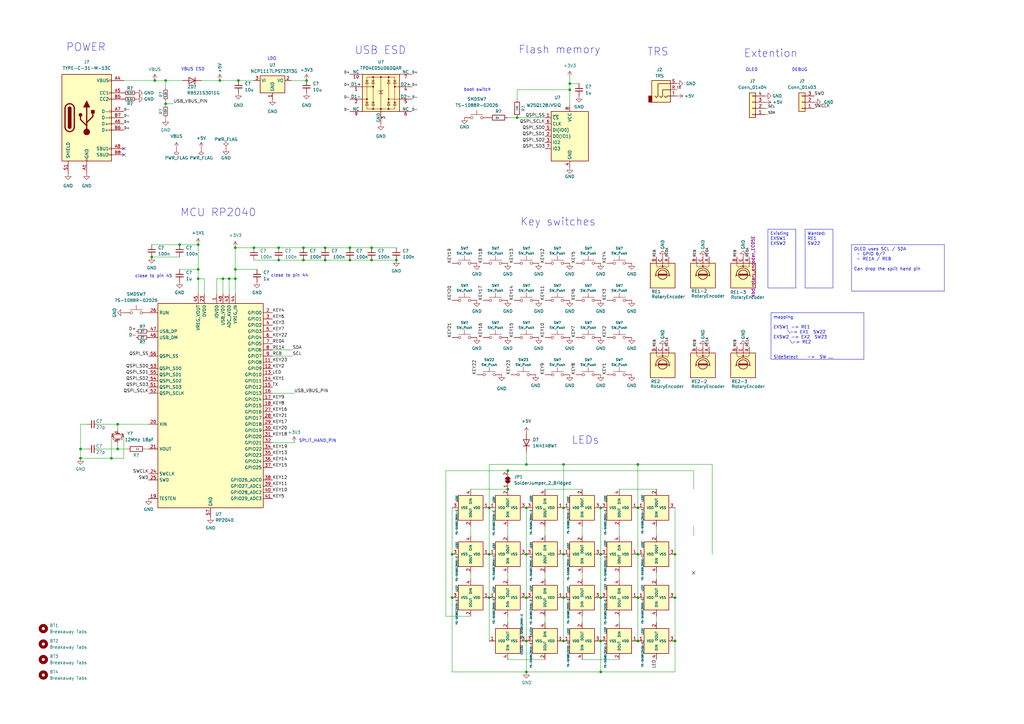
<source format=kicad_sch>
(kicad_sch (version 20231120) (generator "eeschema") (generator_version "8.0")
  (paper "A3")
  (title_block (title "Gecko Left") (date "2023-10-07") (rev "1.0.0") (company "Dane Evans") (comment 1 "original: foostan's crkbd 4.1"))
  (junction (at 215.9 208.28))
  (junction (at 215.9 190.5))
  (junction (at 162.56 106.68))
  (junction (at 276.86 262.89))
  (junction (at 104.14 101.6))
  (junction (at 200.66 245.11))
  (junction (at 231.14 245.11))
  (junction (at 48.26 184.15))
  (junction (at 81.28 100.33))
  (junction (at 246.38 262.89))
  (junction (at 246.38 227.33))
  (junction (at 62.23 105.41))
  (junction (at 215.9 227.33))
  (junction (at 96.52 101.6))
  (junction (at 185.42 245.11))
  (junction (at 97.79 33.02))
  (junction (at 114.3 101.6))
  (junction (at 152.4 106.68))
  (junction (at 152.4 101.6))
  (junction (at 133.35 106.68))
  (junction (at 90.17 33.02))
  (junction (at 133.35 101.6))
  (junction (at 276.86 245.11))
  (junction (at 215.9 245.11))
  (junction (at 261.62 190.5))
  (junction (at 208.28 193.04))
  (junction (at 231.14 227.33))
  (junction (at 246.38 245.11))
  (junction (at 231.14 262.89))
  (junction (at 125.73 33.02))
  (junction (at 93.98 114.3))
  (junction (at 73.66 100.33))
  (junction (at 81.28 114.3))
  (junction (at 67.945 42.545))
  (junction (at 48.26 173.99))
  (junction (at 233.68 36.83))
  (junction (at 45.72 187.96))
  (junction (at 212.09 48.26))
  (junction (at 33.02 184.15))
  (junction (at 215.9 275.59))
  (junction (at 33.02 187.96))
  (junction (at 63.5 33.02))
  (junction (at 114.3 106.68))
  (junction (at 261.62 227.33))
  (junction (at 246.38 275.59))
  (junction (at 261.62 208.28))
  (junction (at 91.44 114.3))
  (junction (at 67.945 33.02))
  (junction (at 231.14 190.5))
  (junction (at 261.62 262.89))
  (junction (at 96.52 114.3))
  (junction (at 96.52 110.49))
  (junction (at 143.51 106.68))
  (junction (at 261.62 245.11))
  (junction (at 124.46 106.68))
  (junction (at 124.46 101.6))
  (junction (at 200.66 227.33))
  (junction (at 81.28 110.49))
  (junction (at 233.68 34.29))
  (junction (at 231.14 208.28))
  (junction (at 208.28 200.66))
  (junction (at 215.9 262.89))
  (junction (at 276.86 227.33))
  (junction (at 143.51 101.6))
  (junction (at 185.42 227.33))
  (junction (at 200.66 208.28))
  (junction (at 246.38 208.28))
  (no_connect (at 50.8 60.96))
  (no_connect (at 284.48 234.95))
  (no_connect (at 50.8 63.5))
  (wire (pts (xy 261.62 208.28) (xy 261.62 227.33)))
  (wire (pts (xy 91.44 114.3) (xy 93.98 114.3)))
  (wire (pts (xy 62.23 100.33) (xy 73.66 100.33)))
  (wire (pts (xy 96.52 110.49) (xy 105.41 110.49)))
  (wire (pts (xy 261.62 190.5) (xy 292.1 190.5)))
  (wire (pts (xy 233.68 34.29) (xy 233.68 36.83)))
  (wire (pts (xy 133.35 106.68) (xy 143.51 106.68)))
  (wire (pts (xy 185.42 227.33) (xy 185.42 245.11)))
  (wire (pts (xy 83.82 114.3) (xy 81.28 114.3)))
  (wire (pts (xy 233.68 36.83) (xy 233.68 43.18)))
  (wire (pts (xy 276.86 208.28) (xy 276.86 227.33)))
  (wire (pts (xy 81.28 110.49) (xy 81.28 114.3)))
  (wire (pts (xy 33.02 187.96) (xy 45.72 187.96)))
  (wire (pts (xy 104.14 101.6) (xy 114.3 101.6)))
  (wire (pts (xy 96.52 120.65) (xy 96.52 114.3)))
  (wire (pts (xy 185.42 275.59) (xy 215.9 275.59)))
  (wire (pts (xy 48.26 184.15) (xy 48.26 181.61)))
  (wire (pts (xy 231.14 245.11) (xy 231.14 262.89)))
  (wire (pts (xy 246.38 245.11) (xy 246.38 262.89)))
  (wire (pts (xy 208.28 48.26) (xy 212.09 48.26)))
  (wire (pts (xy 45.72 179.07) (xy 45.72 187.96)))
  (wire (pts (xy 246.38 227.33) (xy 246.38 245.11)))
  (wire (pts (xy 111.76 161.29) (xy 120.65 161.29)))
  (wire (pts (xy 67.945 33.02) (xy 74.93 33.02)))
  (wire (pts (xy 212.09 36.83) (xy 212.09 40.64)))
  (wire (pts (xy 143.51 106.68) (xy 152.4 106.68)))
  (wire (pts (xy 200.66 245.11) (xy 200.66 262.89)))
  (wire (pts (xy 254 270.51) (xy 238.76 270.51)))
  (wire (pts (xy 182.88 193.04) (xy 182.88 252.73)))
  (wire (pts (xy 114.3 101.6) (xy 124.46 101.6)))
  (wire (pts (xy 124.46 106.68) (xy 133.35 106.68)))
  (wire (pts (xy 182.88 193.04) (xy 208.28 193.04)))
  (wire (pts (xy 111.76 143.51) (xy 120.015 143.51)))
  (wire (pts (xy 261.62 190.5) (xy 261.62 208.28)))
  (wire (pts (xy 96.52 110.49) (xy 96.52 114.3)))
  (wire (pts (xy 314.96 44.45) (xy 313.69 44.45)))
  (wire (pts (xy 231.14 190.5) (xy 261.62 190.5)))
  (wire (pts (xy 208.28 193.04) (xy 284.48 193.04)))
  (wire (pts (xy 91.44 114.3) (xy 91.44 120.65)))
  (wire (pts (xy 33.02 184.15) (xy 33.02 187.96)))
  (wire (pts (xy 238.76 219.71) (xy 238.76 215.9)))
  (wire (pts (xy 59.69 184.15) (xy 60.96 184.15)))
  (wire (pts (xy 96.52 101.6) (xy 104.14 101.6)))
  (wire (pts (xy 254 215.9) (xy 254 219.71)))
  (wire (pts (xy 238.76 237.49) (xy 238.76 234.95)))
  (wire (pts (xy 215.9 208.28) (xy 215.9 227.33)))
  (wire (pts (xy 40.64 184.15) (xy 48.26 184.15)))
  (wire (pts (xy 215.9 245.11) (xy 215.9 262.89)))
  (wire (pts (xy 81.28 100.33) (xy 81.28 110.49)))
  (wire (pts (xy 73.66 110.49) (xy 81.28 110.49)))
  (wire (pts (xy 67.945 42.545) (xy 67.945 43.18)))
  (wire (pts (xy 124.46 101.6) (xy 133.35 101.6)))
  (wire (pts (xy 208.28 219.71) (xy 208.28 215.9)))
  (wire (pts (xy 40.64 173.99) (xy 48.26 173.99)))
  (wire (pts (xy 276.86 275.59) (xy 246.38 275.59)))
  (wire (pts (xy 200.66 190.5) (xy 200.66 208.28)))
  (wire (pts (xy 215.9 275.59) (xy 246.38 275.59)))
  (wire (pts (xy 223.52 252.73) (xy 223.52 255.27)))
  (wire (pts (xy 269.24 215.9) (xy 269.24 219.71)))
  (wire (pts (xy 81.28 120.65) (xy 81.28 114.3)))
  (wire (pts (xy 233.68 31.75) (xy 233.68 34.29)))
  (wire (pts (xy 208.28 270.51) (xy 223.52 270.51)))
  (wire (pts (xy 215.9 190.5) (xy 231.14 190.5)))
  (wire (pts (xy 238.76 252.73) (xy 238.76 255.27)))
  (wire (pts (xy 231.14 227.33) (xy 231.14 245.11)))
  (wire (pts (xy 238.76 200.66) (xy 223.52 200.66)))
  (wire (pts (xy 93.98 114.3) (xy 93.98 120.65)))
  (wire (pts (xy 223.52 234.95) (xy 223.52 237.49)))
  (wire (pts (xy 208.28 200.66) (xy 193.04 200.66)))
  (wire (pts (xy 33.02 184.15) (xy 35.56 184.15)))
  (wire (pts (xy 90.17 33.02) (xy 97.79 33.02)))
  (wire (pts (xy 83.82 120.65) (xy 83.82 114.3)))
  (wire (pts (xy 97.79 33.02) (xy 104.14 33.02)))
  (wire (pts (xy 88.9 114.3) (xy 91.44 114.3)))
  (wire (pts (xy 133.35 101.6) (xy 143.51 101.6)))
  (wire (pts (xy 254 234.95) (xy 254 237.49)))
  (wire (pts (xy 193.04 215.9) (xy 193.04 219.71)))
  (wire (pts (xy 314.96 46.99) (xy 313.69 46.99)))
  (wire (pts (xy 48.26 184.15) (xy 52.07 184.15)))
  (wire (pts (xy 233.68 34.29) (xy 237.49 34.29)))
  (wire (pts (xy 50.8 187.96) (xy 45.72 187.96)))
  (wire (pts (xy 284.48 215.9) (xy 284.48 219.71)))
  (wire (pts (xy 269.24 234.95) (xy 269.24 237.49)))
  (wire (pts (xy 67.945 41.275) (xy 67.945 42.545)))
  (wire (pts (xy 96.52 101.6) (xy 96.52 110.49)))
  (wire (pts (xy 246.38 262.89) (xy 246.38 275.59)))
  (wire (pts (xy 215.9 190.5) (xy 200.66 190.5)))
  (wire (pts (xy 71.12 42.545) (xy 67.945 42.545)))
  (wire (pts (xy 152.4 106.68) (xy 162.56 106.68)))
  (wire (pts (xy 215.9 262.89) (xy 215.9 275.59)))
  (wire (pts (xy 223.52 219.71) (xy 223.52 215.9)))
  (wire (pts (xy 152.4 101.6) (xy 162.56 101.6)))
  (wire (pts (xy 88.9 114.3) (xy 88.9 120.65)))
  (wire (pts (xy 292.1 190.5) (xy 292.1 227.33)))
  (wire (pts (xy 73.66 100.33) (xy 81.28 100.33)))
  (wire (pts (xy 63.5 33.02) (xy 67.945 33.02)))
  (wire (pts (xy 96.52 114.3) (xy 93.98 114.3)))
  (wire (pts (xy 233.68 36.83) (xy 212.09 36.83)))
  (wire (pts (xy 276.86 245.11) (xy 276.86 262.89)))
  (wire (pts (xy 261.62 227.33) (xy 261.62 245.11)))
  (wire (pts (xy 67.945 36.195) (xy 67.945 33.02)))
  (wire (pts (xy 269.24 252.73) (xy 269.24 255.27)))
  (wire (pts (xy 231.14 208.28) (xy 231.14 227.33)))
  (wire (pts (xy 111.76 146.05) (xy 120.015 146.05)))
  (wire (pts (xy 48.26 173.99) (xy 60.96 173.99)))
  (wire (pts (xy 50.8 179.07) (xy 50.8 187.96)))
  (wire (pts (xy 212.09 48.26) (xy 223.52 48.26)))
  (wire (pts (xy 50.8 33.02) (xy 63.5 33.02)))
  (wire (pts (xy 208.28 237.49) (xy 208.28 234.95)))
  (wire (pts (xy 114.3 106.68) (xy 124.46 106.68)))
  (wire (pts (xy 276.86 227.33) (xy 276.86 245.11)))
  (wire (pts (xy 185.42 245.11) (xy 185.42 275.59)))
  (wire (pts (xy 143.51 101.6) (xy 152.4 101.6)))
  (wire (pts (xy 193.04 234.95) (xy 193.04 237.49)))
  (wire (pts (xy 284.48 193.04) (xy 284.48 200.66)))
  (wire (pts (xy 67.945 48.26) (xy 67.945 48.895)))
  (wire (pts (xy 254 200.66) (xy 269.24 200.66)))
  (wire (pts (xy 246.38 208.28) (xy 246.38 227.33)))
  (wire (pts (xy 276.86 262.89) (xy 276.86 275.59)))
  (wire (pts (xy 82.55 33.02) (xy 90.17 33.02)))
  (wire (pts (xy 215.9 227.33) (xy 215.9 245.11)))
  (wire (pts (xy 193.04 252.73) (xy 182.88 252.73)))
  (wire (pts (xy 48.26 176.53) (xy 48.26 173.99)))
  (wire (pts (xy 185.42 208.28) (xy 185.42 227.33)))
  (wire (pts (xy 215.9 185.42) (xy 215.9 190.5)))
  (wire (pts (xy 208.28 252.73) (xy 208.28 255.27)))
  (wire (pts (xy 62.23 105.41) (xy 73.66 105.41)))
  (wire (pts (xy 104.14 106.68) (xy 114.3 106.68)))
  (wire (pts (xy 33.02 173.99) (xy 33.02 184.15)))
  (wire (pts (xy 111.76 181.61) (xy 120.65 181.61)))
  (wire (pts (xy 200.66 208.28) (xy 200.66 227.33)))
  (wire (pts (xy 254 252.73) (xy 254 255.27)))
  (wire (pts (xy 119.38 33.02) (xy 125.73 33.02)))
  (wire (pts (xy 35.56 173.99) (xy 33.02 173.99)))
  (wire (pts (xy 200.66 227.33) (xy 200.66 245.11)))
  (wire (pts (xy 261.62 245.11) (xy 261.62 262.89)))
  (wire (pts (xy 231.14 190.5) (xy 231.14 208.28)))
  (text_box "Existing \nEXSW1 \nEXSW2 \n" (at 314.96 93.98 0) (size 11.43 24.13) (effects (font (size 1.27 1.27)) (justify left top)))
  (text_box "OLED uses SCL / SDA \n - GPIO 6/7\n - RE1A / REB \n\nCan drop the split hand pin" (at 349.25 100.33 0) (size 38.1 19.05) (effects (font (size 1.27 1.27)) (justify left top)))
  (text_box "mapping \n\nEXSW1 -> RE1 \n      \\-> EX1  SW22\nEXSW2 -> EX2  SW23\n       \\-> RE2 \n\n\nSideSelect    ->  SW ... " (at 316.23 128.27 0) (size 38.1 19.05) (effects (font (size 1.27 1.27)) (justify left top)))
  (text_box "Wanted:\nRE1 \nSW22" (at 330.2 93.98 0) (size 11.43 24.13) (effects (font (size 1.27 1.27)) (justify left top)))
  (text "MCU RP2040" (at 73.914 89.154 0) (effects (font (size 3.175 3.175)) (justify left bottom)))
  (text "Key switches" (at 213.36 92.964 0) (effects (font (size 3.175 3.175)) (justify left bottom)))
  (text "OLED" (at 305.816 29.464 0) (effects (font (size 1.27 1.27)) (justify left bottom)))
  (text "close to pin 45" (at 55.372 114.046 0) (effects (font (size 1.27 1.27)) (justify left bottom)))
  (text "DEBUG" (at 324.739 29.464 0) (effects (font (size 1.27 1.27)) (justify left bottom)))
  (text "USB ESD" (at 145.415 22.606 0) (effects (font (size 3.175 3.175)) (justify left bottom)))
  (text "LDO" (at 109.601 24.892 0) (effects (font (size 1.27 1.27)) (justify left bottom)))
  (text "Flash memory" (at 212.598 22.352 0) (effects (font (size 3.175 3.175)) (justify left bottom)))
  (text "POWER\n" (at 27.051 21.336 0) (effects (font (size 3.175 3.175)) (justify left bottom)))
  (text "LEDs" (at 234.442 182.499 0) (effects (font (size 3.175 3.175)) (justify left bottom)))
  (text "Extention" (at 305.054 23.876 0) (effects (font (size 3.175 3.175)) (justify left bottom)))
  (text "TRS" (at 265.43 23.241 0) (effects (font (size 3.175 3.175)) (justify left bottom)))
  (text "VBUS ESD" (at 74.295 29.21 0) (effects (font (size 1.27 1.27)) (justify left bottom)))
  (text "SPLIT_HAND_PIN" (at 122.555 181.61 0) (effects (font (size 1.27 1.27)) (justify left bottom)))
  (text "boot switch" (at 190.119 37.592 0) (effects (font (size 1.27 1.27)) (justify left bottom)))
  (text "close to pin 44" (at 111.125 113.792 0) (effects (font (size 1.27 1.27)) (justify left bottom)))
  (label "KEY8" (at 111.76 166.37 0))
  (label "KEY9" (at 111.76 163.83 0))
  (label "KEY8" (at 236.22 153.67 90))
  (label "RE1A" (at 290.83 142.24 90) (effects (font (size 1 1))))
  (label "QSPI_SD2" (at 60.96 156.21 180))
  (label "SCL" (at 314.96 44.45 0) (effects (font (size 1 1))))
  (label "USB_VBUS_PIN" (at 120.65 161.29 0))
  (label "KEY22" (at 195.58 153.67 90))
  (label "KEY3" (at 248.92 123.19 90))
  (label "QSPI_SCLK" (at 60.96 161.29 180))
  (label "RE1A" (at 111.76 143.51 0))
  (label "KEY2" (at 111.76 151.13 0))
  (label "D+" (at 55.88 135.89 180))
  (label "D+" (at 168.91 35.56 0) (effects (font (size 1 1))))
  (label "REB" (at 111.76 146.05 0))
  (label "D-" (at 55.88 138.43 180))
  (label "QSPI_SS" (at 223.52 48.26 180))
  (label "SDA" (at 314.96 46.99 0) (effects (font (size 1 1))))
  (label "D+" (at 143.51 30.48 180) (effects (font (size 1 1))))
  (label "REB" (at 269.24 142.24 90) (effects (font (size 1 1))))
  (label "KEY5" (at 236.22 107.95 90))
  (label "RE0A" (at 274.32 105.41 90) (effects (font (size 1 1))))
  (label "LED" (at 111.76 153.67 0))
  (label "KEY21" (at 185.42 138.43 90))
  (label "RE0A" (at 290.83 105.41 90) (effects (font (size 1 1))))
  (label "KEY17" (at 111.76 173.99 0))
  (label "KEY1" (at 111.76 156.21 0))
  (label "TX" (at 111.76 158.75 0))
  (label "KEY5" (at 111.76 204.47 0))
  (label "D+" (at 50.8 50.8 0) (effects (font (size 1 1))))
  (label "KEY16" (at 111.76 168.91 0))
  (label "KEY3" (at 111.76 133.35 0))
  (label "KEY23" (at 111.76 148.59 0))
  (label "D+" (at 143.51 35.56 180) (effects (font (size 1 1))))
  (label "KEY17" (at 198.12 123.19 90))
  (label "KEY10" (at 111.76 201.93 0))
  (label "D-" (at 50.8 48.26 0) (effects (font (size 1 1))))
  (label "QSPI_SD1" (at 60.96 153.67 180))
  (label "KEY4" (at 111.76 128.27 0))
  (label "QSPI_SD0" (at 223.52 53.34 180))
  (label "KEY20" (at 111.76 176.53 0))
  (label "QSPI_SD1" (at 223.52 55.88 180))
  (label "SWCLK" (at 334.01 44.45 0))
  (label "D+" (at 168.91 30.48 0) (effects (font (size 1 1))))
  (label "RE1A" (at 307.34 142.24 90) (effects (font (size 1 1))))
  (label "SCL" (at 120.015 146.05 0))
  (label "QSPI_SCLK" (at 223.52 50.8 180))
  (label "D-" (at 168.91 45.72 0) (effects (font (size 1 1))))
  (label "KEY20" (at 185.42 123.19 90))
  (label "REB" (at 302.26 105.41 90) (effects (font (size 1 1))))
  (label "KEY4" (at 248.92 107.95 90))
  (label "KEY11" (at 111.76 199.39 0))
  (label "KEY14" (at 111.76 189.23 0))
  (label "TX" (at 277.495 36.83 0) (effects (font (size 1 1))))
  (label "RE0A" (at 111.76 140.97 0))
  (label "D+" (at 50.8 53.34 0) (effects (font (size 1 1))))
  (label "KEY18" (at 198.12 107.95 90))
  (label "QSPI_SS" (at 60.96 146.05 180))
  (label "KEY7" (at 236.22 138.43 90))
  (label "USB_VBUS_PIN" (at 71.12 42.545 0))
  (label "KEY23" (at 209.55 153.67 90))
  (label "RE0A" (at 307.34 105.41 90) (effects (font (size 1 1))))
  (label "KEY14" (at 210.82 123.19 90))
  (label "RE1A" (at 274.32 142.24 90) (effects (font (size 1 1))))
  (label "SWCLK" (at 60.96 194.31 180))
  (label "KEY1" (at 248.92 153.67 90))
  (label "KEY2" (at 248.92 138.43 90))
  (label "QSPI_SD2" (at 223.52 58.42 180))
  (label "QSPI_SD3" (at 223.52 60.96 180))
  (label "REB" (at 302.26 142.24 90) (effects (font (size 1 1))))
  (label "SWD" (at 334.01 39.37 0))
  (label "KEY13" (at 111.76 186.69 0))
  (label "KEY18" (at 111.76 179.07 0))
  (label "KEY7" (at 111.76 135.89 0))
  (label "KEY6" (at 236.22 123.19 90))
  (label "D-" (at 168.91 40.64 0) (effects (font (size 1 1))))
  (label "KEY9" (at 223.52 153.67 90))
  (label "KEY15" (at 111.76 191.77 0))
  (label "REB" (at 285.75 142.24 90) (effects (font (size 1 1))))
  (label "KEY13" (at 210.82 107.95 90))
  (label "KEY15" (at 210.82 138.43 90))
  (label "KEY10" (at 223.52 138.43 90))
  (label "SDA" (at 120.015 143.51 0))
  (label "D-" (at 143.51 40.64 180) (effects (font (size 1 1))))
  (label "LED" (at 269.24 270.51 270))
  (label "KEY22" (at 111.76 138.43 0))
  (label "KEY12" (at 223.52 107.95 90))
  (label "REB" (at 285.75 105.41 90) (effects (font (size 1 1))))
  (label "D-" (at 143.51 45.72 180) (effects (font (size 1 1))))
  (label "SWD" (at 60.96 196.85 180))
  (label "D-" (at 50.8 45.72 0) (effects (font (size 1 1))))
  (label "KEY6" (at 111.76 130.81 0))
  (label "REB" (at 269.24 105.41 90) (effects (font (size 1 1))))
  (label "KEY19" (at 111.76 184.15 0))
  (label "KEY16" (at 198.12 138.43 90))
  (label "QSPI_SD3" (at 60.96 158.75 180))
  (label "KEY19" (at 185.42 107.95 90))
  (label "QSPI_SD0" (at 60.96 151.13 180))
  (label "KEY11" (at 223.52 123.19 90))
  (label "KEY12" (at 111.76 196.85 0))
  (label "KEY21" (at 111.76 171.45 0))
  (symbol (lib_id "power:GND") (at 55.88 38.1 90) (unit 1)
    (property "Reference" "#PWR?" (effects (hide yes)))
    (property "Value" "GND" (at 59.055 38.1 90) (effects (justify right)))
    (instances (project "corne-cherry" (path "" (reference "#PWR?") (unit 1)) (path "" (reference "#PWR05") (unit 1))))
  )
  (symbol (lib_id "power:GND") (at 233.68 153.67 0) (unit 1)
    (property "Reference" "#PWR?" (effects (hide yes)))
    (property "Value" "GND" (at 233.68 158.115 0))
    (instances (project "corne-cherry" (path "" (reference "#PWR?") (unit 1)) (path "" (reference "#PWR044") (unit 1))))
  )
  (symbol (lib_id "power:GND") (at 195.58 138.43 0) (unit 1)
    (property "Reference" "#PWR?" (effects (hide yes)))
    (property "Value" "GND" (at 195.58 142.875 0))
    (instances (project "corne-cherry" (path "" (reference "#PWR?") (unit 1)) (path "" (reference "#PWR030") (unit 1))))
  )
  (symbol (lib_id "power:GND") (at 55.88 40.64 90) (unit 1)
    (property "Reference" "#PWR?" (effects (hide yes)))
    (property "Value" "GND" (at 59.055 40.64 90) (effects (justify right)))
    (instances (project "corne-cherry" (path "" (reference "#PWR?") (unit 1)) (path "" (reference "#PWR06") (unit 1))))
  )
  (symbol (lib_id "kbd_local:YS-SK6812MINI-E") (at 208.28 227.33 90) (unit 1)
    (property "Reference" "LED?" (at 202.565 225.425 0) (effects (font (size 0.7366 0.7366)) (justify left)))
    (property "Value" "YS-SK6812MINI-E" (at 202.565 238.125 0) (effects (font (size 0.7366 0.7366)) (justify left)))
    (property "Footprint" "kbd_local:YS-SK6812MINI-E" (effects (hide yes)))
    (instances (project "corne-cherry" (path "" (reference "LED?") (unit 1)) (path "" (reference "LED17") (unit 1))))
  )
  (symbol (lib_id "Device:R_Small") (at 58.42 135.89 90) (unit 1)
    (property "Reference" "R?" (at 58.42 133.985 90))
    (property "Value" "27" (at 58.42 135.89 90) (effects (font (size 0.762 0.762))))
    (property "Footprint" "Resistor_SMD:R_0402_1005Metric" (effects (hide yes)))
    (instances (project "corne-cherry" (path "" (reference "R?") (unit 1)) (path "" (reference "R4") (unit 1))))
  )
  (symbol (lib_id "Switch:SW_Push") (at 241.3 107.95 0) (unit 1)
    (property "Reference" "SW?" (at 241.3 101.854 0) (effects (font (size 1 1))))
    (property "Value" "SW_Push" (at 241.3 103.886 0) (effects (font (size 1 1))))
    (property "Footprint" "kbd:keyswitch_cherrymx_hotswap_1u" (effects (hide yes)))
    (instances (project "corne-cherry" (path "" (reference "SW?") (unit 1)) (path "" (reference "SW5") (unit 1))))
  )
  (symbol (lib_id "power:+3V3") (at 233.68 31.75 0) (unit 1)
    (property "Reference" "#PWR?" (effects (hide yes)))
    (property "Value" "+3V3" (at 233.68 26.924 0))
    (instances (project "corne-cherry" (path "" (reference "#PWR?") (unit 1)) (path "" (reference "#PWR039") (unit 1))))
  )
  (symbol (lib_id "kbd_local:YS-SK6812MINI-E") (at 254 227.33 270) (unit 1)
    (property "Reference" "LED?" (at 248.285 221.615 0) (effects (font (size 0.7366 0.7366)) (justify left)))
    (property "Value" "YS-SK6812MINI-E" (at 248.285 227.965 0) (effects (font (size 0.7366 0.7366)) (justify left)))
    (property "Footprint" "kbd_local:YS-SK6812MINI-E" (effects (hide yes)))
    (instances (project "corne-cherry" (path "" (reference "LED?") (unit 1)) (path "" (reference "LED6") (unit 1))))
  )
  (symbol (lib_id "power:GND") (at 208.28 123.19 0) (unit 1)
    (property "Reference" "#PWR?" (effects (hide yes)))
    (property "Value" "GND" (at 208.28 127.635 0))
    (instances (project "corne-cherry" (path "" (reference "#PWR?") (unit 1)) (path "" (reference "#PWR032") (unit 1))))
  )
  (symbol (lib_id "kbd_local:YS-SK6812MINI-E") (at 269.24 208.28 90) (unit 1)
    (property "Reference" "LED?" (at 263.525 205.74 0) (effects (font (size 0.7366 0.7366)) (justify left)))
    (property "Value" "YS-SK6812MINI-E" (at 263.525 219.075 0) (effects (font (size 0.7366 0.7366)) (justify left)))
    (property "Footprint" "kbd_local:YS-SK6812MINI-E" (effects (hide yes)))
    (instances (project "corne-cherry" (path "" (reference "LED?") (unit 1)) (path "" (reference "LED4") (unit 1))))
  )
  (symbol (lib_id "power:GND") (at 220.98 138.43 0) (unit 1)
    (property "Reference" "#PWR?" (effects (hide yes)))
    (property "Value" "GND" (at 220.98 142.875 0))
    (instances (project "corne-cherry" (path "" (reference "#PWR?") (unit 1)) (path "" (reference "#PWR038") (unit 1))))
  )
  (symbol (lib_name "SW_Push_1") (lib_id "Switch:SW_Push") (at 254 107.95 0) (unit 1)
    (property "Reference" "SW?" (at 254 101.854 0) (effects (font (size 1 1))))
    (property "Value" "SW_Push" (at 254 103.886 0) (effects (font (size 1 1))))
    (property "Footprint" "kbd:keyswitch_cherrymx_hotswap_1u" (effects (hide yes)))
    (instances (project "corne-cherry" (path "" (reference "SW?") (unit 1)) (path "" (reference "SW4") (unit 1))))
  )
  (symbol (lib_id "power:+3V3") (at 125.73 33.02 0) (unit 1)
    (property "Reference" "#PWR?" (effects (hide yes)))
    (property "Value" "+3V3" (at 125.73 28.702 0))
    (instances (project "corne-cherry" (path "" (reference "#PWR?") (unit 1)) (path "" (reference "#PWR023") (unit 1))))
  )
  (symbol (lib_id "Device:R_Small") (at 67.945 45.72 0) (unit 1)
    (property "Reference" "R?" (at 66.04 45.72 90))
    (property "Value" "10K" (at 67.945 45.72 90) (effects (font (size 0.762 0.762))))
    (property "Footprint" "Resistor_SMD:R_0402_1005Metric" (effects (hide yes)))
    (instances (project "corne-cherry" (path "" (reference "R?") (unit 1)) (path "" (reference "R9") (unit 1))))
  )
  (symbol (lib_id "power:GND") (at 233.68 123.19 0) (unit 1)
    (property "Reference" "#PWR?" (effects (hide yes)))
    (property "Value" "GND" (at 233.68 127.635 0))
    (instances (project "corne-cherry" (path "" (reference "#PWR?") (unit 1)) (path "" (reference "#PWR042") (unit 1))))
  )
  (symbol (lib_id "Switch:SW_Push") (at 228.6 107.95 0) (unit 1)
    (property "Reference" "SW?" (at 228.6 101.854 0) (effects (font (size 1 1))))
    (property "Value" "SW_Push" (at 228.6 103.886 0) (effects (font (size 1 1))))
    (property "Footprint" "kbd:keyswitch_cherrymx_hotswap_1u" (effects (hide yes)))
    (instances (project "corne-cherry" (path "" (reference "SW?") (unit 1)) (path "" (reference "SW12") (unit 1))))
  )
  (symbol (lib_id "Switch:SW_Push") (at 241.3 138.43 0) (unit 1)
    (property "Reference" "SW?" (at 241.3 132.334 0) (effects (font (size 1 1))))
    (property "Value" "SW_Push" (at 241.3 134.366 0) (effects (font (size 1 1))))
    (property "Footprint" "kbd:keyswitch_cherrymx_hotswap_1u" (effects (hide yes)))
    (instances (project "corne-cherry" (path "" (reference "SW?") (unit 1)) (path "" (reference "SW7") (unit 1))))
  )
  (symbol (lib_id "power:VBUS") (at 72.39 60.96 0) (unit 1)
    (property "Reference" "#PWR?" (effects (hide yes)))
    (property "Value" "VBUS" (at 72.39 55.88 0))
    (instances (project "corne-cherry" (path "" (reference "#PWR?") (unit 1)) (path "" (reference "#PWR011") (unit 1))))
  )
  (symbol (lib_id "MCU_RaspberryPi:RP2040") (at 86.36 166.37 0) (unit 1)
    (property "Reference" "U?" (at 88.3159 210.82 0) (effects (justify left)))
    (property "Value" "RP2040" (at 88.3159 213.36 0) (effects (justify left)))
    (property "Footprint" "Package_DFN_QFN:QFN-56-1EP_7x7mm_P0.4mm_EP3.2x3.2mm" (effects (hide yes)))
    (property "Datasheet" "https://datasheets.raspberrypi.com/rp2040/rp2040-datasheet.pdf" (effects (hide yes)))
    (property "JLCPCB Part #" "C2040" (effects (hide yes)))
    (instances (project "corne-cherry" (path "" (reference "U?") (unit 1)) (path "" (reference "U1") (unit 1))))
  )
  (symbol (lib_id "power:GND") (at 35.56 71.12 0) (unit 1)
    (property "Reference" "#PWR?" (effects (hide yes)))
    (property "Value" "GND" (at 35.56 76.2 0))
    (instances (project "corne-cherry" (path "" (reference "#PWR?") (unit 1)) (path "" (reference "#PWR03") (unit 1))))
  )
  (symbol (lib_id "Switch:SW_Push") (at 190.5 138.43 0) (unit 1)
    (property "Reference" "SW?" (at 190.5 132.334 0) (effects (font (size 1 1))))
    (property "Value" "SW_Push" (at 190.5 134.366 0) (effects (font (size 1 1))))
    (property "Footprint" "kbd:keyswitch_cherrymx_hotswap_1u" (effects (hide yes)))
    (instances (project "corne-cherry" (path "" (reference "SW?") (unit 1)) (path "" (reference "SW21") (unit 1))))
  )
  (symbol (lib_id "Switch:SW_Push") (at 200.66 153.67 0) (unit 1)
    (property "Reference" "SW22" (at 200.66 147.574 0) (effects (font (size 1 1))))
    (property "Value" "SW_Push" (at 200.66 149.606 0) (effects (font (size 1 1))))
    (property "Footprint" "kbd:keyswitch_cherrymx_hotswap_1u" (effects (hide yes)))
  )
  (symbol (lib_id "power:GND") (at 259.08 138.43 0) (unit 1)
    (property "Reference" "#PWR?" (effects (hide yes)))
    (property "Value" "GND" (at 259.08 142.875 0))
    (instances (project "corne-cherry" (path "" (reference "#PWR?") (unit 1)) (path "" (reference "#PWR052") (unit 1))))
  )
  (symbol (lib_id "kbd_local:YS-SK6812MINI-E") (at 208.28 208.28 90) (unit 1)
    (property "Reference" "LED?" (at 202.565 206.375 0) (effects (font (size 0.7366 0.7366)) (justify left)))
    (property "Value" "YS-SK6812MINI-E" (at 202.565 219.71 0) (effects (font (size 0.7366 0.7366)) (justify left)))
    (property "Footprint" "kbd_local:YS-SK6812MINI-E" (effects (hide yes)))
    (instances (project "corne-cherry" (path "" (reference "LED?") (unit 1)) (path "" (reference "LED18") (unit 1))))
  )
  (symbol (lib_id "power:GND") (at 215.9 275.59 0) (unit 1)
    (property "Reference" "#PWR?" (effects (hide yes)))
    (property "Value" "GND" (at 216.027 279.9842 0))
    (instances (project "corne-cherry" (path "" (reference "#PWR?") (unit 1)) (path "" (reference "#PWR035") (unit 1))))
  )
  (symbol (lib_id "Switch:SW_Push") (at 190.5 107.95 0) (unit 1)
    (property "Reference" "SW?" (at 190.5 101.854 0) (effects (font (size 1 1))))
    (property "Value" "SW_Push" (at 190.5 103.886 0) (effects (font (size 1 1))))
    (property "Footprint" "kbd:keyswitch_cherrymx_hotswap_1u" (effects (hide yes)))
    (instances (project "corne-cherry" (path "" (reference "SW?") (unit 1)) (path "" (reference "SW19") (unit 1))))
  )
  (symbol (lib_id "power:GND") (at 105.41 115.57 0) (unit 1)
    (property "Reference" "#PWR?" (effects (hide yes)))
    (property "Value" "GND" (at 105.41 120.015 0))
    (instances (project "corne-cherry" (path "" (reference "#PWR?") (unit 1)) (path "" (reference "#PWR020") (unit 1))))
  )
  (symbol (lib_id "kbd_local:YS-SK6812MINI-E") (at 238.76 227.33 90) (unit 1)
    (property "Reference" "LED?" (at 233.045 225.425 0) (effects (font (size 0.7366 0.7366)) (justify left)))
    (property "Value" "YS-SK6812MINI-E" (at 233.045 238.125 0) (effects (font (size 0.7366 0.7366)) (justify left)))
    (property "Footprint" "kbd_local:YS-SK6812MINI-E" (effects (hide yes)))
    (instances (project "corne-cherry" (path "" (reference "LED?") (unit 1)) (path "" (reference "LED11") (unit 1))))
  )
  (symbol (lib_id "kbd_local:YS-SK6812MINI-E") (at 269.24 245.11 90) (unit 1)
    (property "Reference" "LED?" (at 263.525 242.57 0) (effects (font (size 0.7366 0.7366)) (justify left)))
    (property "Value" "YS-SK6812MINI-E" (at 263.525 255.905 0) (effects (font (size 0.7366 0.7366)) (justify left)))
    (property "Footprint" "kbd_local:YS-SK6812MINI-E" (effects (hide yes)))
    (instances (project "corne-cherry" (path "" (reference "LED?") (unit 1)) (path "" (reference "LED2") (unit 1))))
  )
  (symbol (lib_id "Diode:1N4148WT") (at 215.9 181.61 90) (unit 1)
    (property "Reference" "D?" (at 218.44 180.34 90) (effects (justify right)))
    (property "Value" "1N4148WT" (at 218.44 182.88 90) (effects (justify right)))
    (property "Footprint" "Diode_SMD:D_SOD-523" (effects (hide yes)))
    (property "Datasheet" "https://www.diodes.com/assets/Datasheets/ds30396.pdf" (effects (hide yes)))
    (property "JLCPCB Part #" "C232841" (effects (hide yes)))
    (instances (project "corne-cherry" (path "" (reference "D?") (unit 1)) (path "" (reference "D1") (unit 1))))
  )
  (symbol (lib_id "power:GND") (at 195.58 107.95 0) (unit 1)
    (property "Reference" "#PWR?" (effects (hide yes)))
    (property "Value" "GND" (at 195.58 112.395 0))
    (instances (project "corne-cherry" (path "" (reference "#PWR?") (unit 1)) (path "" (reference "#PWR028") (unit 1))))
  )
  (symbol (lib_id "Switch:SW_Push") (at 241.3 123.19 0) (unit 1)
    (property "Reference" "SW?" (at 241.3 117.094 0) (effects (font (size 1 1))))
    (property "Value" "SW_Push" (at 241.3 119.126 0) (effects (font (size 1 1))))
    (property "Footprint" "kbd:keyswitch_cherrymx_hotswap_1u" (effects (hide yes)))
    (instances (project "corne-cherry" (path "" (reference "SW?") (unit 1)) (path "" (reference "SW6") (unit 1))))
  )
  (symbol (lib_id "Switch:SW_Push") (at 214.63 153.67 0) (unit 1)
    (property "Reference" "SW23" (at 214.63 147.574 0) (effects (font (size 1 1))))
    (property "Value" "SW_Push" (at 214.63 149.606 0) (effects (font (size 1 1))))
    (property "Footprint" "kbd:keyswitch_cherrymx_hotswap_1u" (effects (hide yes)))
  )
  (symbol (lib_id "power:+5V") (at 313.69 41.91 270) (unit 1)
    (property "Reference" "#PWR?" (effects (hide yes)))
    (property "Value" "+5V" (at 316.865 41.91 90) (effects (justify left)))
    (instances (project "corne-cherry" (path "" (reference "#PWR?") (unit 1)) (path "" (reference "#PWR061") (unit 1))))
  )
  (symbol (lib_id "Device:C_Small") (at 38.1 184.15 270) (unit 1)
    (property "Reference" "C?" (at 39.37 182.88 90) (effects (justify left)))
    (property "Value" "27p" (at 39.37 185.42 90) (effects (justify left)))
    (property "Footprint" "Capacitor_SMD:C_0402_1005Metric" (effects (hide yes)))
    (instances (project "corne-cherry" (path "" (reference "C?") (unit 1)) (path "" (reference "C2") (unit 1))))
  )
  (symbol (lib_id "power:GND") (at 220.98 123.19 0) (unit 1)
    (property "Reference" "#PWR?" (effects (hide yes)))
    (property "Value" "GND" (at 220.98 127.635 0))
    (instances (project "corne-cherry" (path "" (reference "#PWR?") (unit 1)) (path "" (reference "#PWR037") (unit 1))))
  )
  (symbol (lib_id "power:GND") (at 219.71 153.67 0) (unit 1)
    (property "Reference" "#PWR057" (effects (hide yes)))
    (property "Value" "GND" (at 219.71 158.115 0))
  )
  (symbol (lib_id "kbd_local:YS-SK6812MINI-E") (at 254 208.28 270) (unit 1)
    (property "Reference" "LED?" (at 248.285 203.2 0) (effects (font (size 0.7366 0.7366)) (justify left)))
    (property "Value" "YS-SK6812MINI-E" (at 248.285 208.915 0) (effects (font (size 0.7366 0.7366)) (justify left)))
    (property "Footprint" "kbd_local:YS-SK6812MINI-E" (effects (hide yes)))
    (instances (project "corne-cherry" (path "" (reference "LED?") (unit 1)) (path "" (reference "LED5") (unit 1))))
  )
  (symbol (lib_id "Switch:SW_Push") (at 254 153.67 0) (unit 1)
    (property "Reference" "SW?" (at 254 147.574 0) (effects (font (size 1 1))))
    (property "Value" "SW_Push" (at 254 149.606 0) (effects (font (size 1 1))))
    (property "Footprint" "kbd:keyswitch_cherrymx_hotswap_1.5u" (effects (hide yes)))
    (instances (project "corne-cherry" (path "" (reference "SW?") (unit 1)) (path "" (reference "SW1") (unit 1))))
  )
  (symbol (lib_id "Switch:SW_Push") (at 215.9 123.19 0) (unit 1)
    (property "Reference" "SW?" (at 215.9 117.094 0) (effects (font (size 1 1))))
    (property "Value" "SW_Push" (at 215.9 119.126 0) (effects (font (size 1 1))))
    (property "Footprint" "kbd:keyswitch_cherrymx_hotswap_1u" (effects (hide yes)))
    (instances (project "corne-cherry" (path "" (reference "SW?") (unit 1)) (path "" (reference "SW14") (unit 1))))
  )
  (symbol (lib_id "Mechanical:MountingHole") (at 17.78 264.16 0) (unit 1)
    (property "Reference" "BT2" (at 20.32 262.89 0) (effects (justify left)))
    (property "Value" "Breakaway Tabs" (at 20.32 265.43 0) (effects (justify left)))
    (property "Footprint" "kbd_local:Breakaway_Tabs" (effects (hide yes)))
  )
  (symbol (lib_id "Switch:SW_Push") (at 203.2 123.19 0) (unit 1)
    (property "Reference" "SW?" (at 203.2 117.094 0) (effects (font (size 1 1))))
    (property "Value" "SW_Push" (at 203.2 119.126 0) (effects (font (size 1 1))))
    (property "Footprint" "kbd:keyswitch_cherrymx_hotswap_1u" (effects (hide yes)))
    (instances (project "corne-cherry" (path "" (reference "SW?") (unit 1)) (path "" (reference "SW17") (unit 1))))
  )
  (symbol (lib_id "kbd_local:YS-SK6812MINI-E") (at 223.52 208.28 270) (unit 1)
    (property "Reference" "LED?" (at 217.805 203.2 0) (effects (font (size 0.7366 0.7366)) (justify left)))
    (property "Value" "YS-SK6812MINI-E" (at 217.805 208.915 0) (effects (font (size 0.7366 0.7366)) (justify left)))
    (property "Footprint" "kbd_local:YS-SK6812MINI-E" (effects (hide yes)))
    (instances (project "corne-cherry" (path "" (reference "LED?") (unit 1)) (path "" (reference "LED13") (unit 1))))
  )
  (symbol (lib_id "power:GND") (at 205.74 153.67 0) (unit 1)
    (property "Reference" "#PWR056" (effects (hide yes)))
    (property "Value" "GND" (at 205.74 159.385 0))
  )
  (symbol (lib_id "kbd_local:YS-SK6812MINI-E") (at 193.04 245.11 270) (unit 1)
    (property "Reference" "LED?" (at 187.325 240.03 0) (effects (font (size 0.7366 0.7366)) (justify left)))
    (property "Value" "YS-SK6812MINI-E" (at 187.325 245.745 0) (effects (font (size 0.7366 0.7366)) (justify left)))
    (property "Footprint" "kbd_local:YS-SK6812MINI-E" (effects (hide yes)))
    (instances (project "corne-cherry" (path "" (reference "LED?") (unit 1)) (path "" (reference "LED21") (unit 1))))
  )
  (symbol (lib_id "power:GND") (at 304.8 142.24 180) (unit 1)
    (property "Reference" "#PWR081" (effects (hide yes)))
    (property "Value" "GND" (at 304.8 137.16 90))
  )
  (symbol (lib_id "power:GND") (at 220.98 107.95 0) (unit 1)
    (property "Reference" "#PWR?" (effects (hide yes)))
    (property "Value" "GND" (at 220.98 112.395 0))
    (instances (project "corne-cherry" (path "" (reference "#PWR?") (unit 1)) (path "" (reference "#PWR036") (unit 1))))
  )
  (symbol (lib_id "power:GND") (at 233.68 68.58 0) (unit 1)
    (property "Reference" "#PWR?" (effects (hide yes)))
    (property "Value" "GND" (at 233.68 72.39 0))
    (instances (project "corne-cherry" (path "" (reference "#PWR?") (unit 1)) (path "" (reference "#PWR040") (unit 1))))
  )
  (symbol (lib_id "Device:R_Small") (at 67.945 38.735 0) (unit 1)
    (property "Reference" "R?" (at 66.04 38.735 90))
    (property "Value" "5.6k" (at 67.945 38.735 90) (effects (font (size 0.762 0.762))))
    (property "Footprint" "Resistor_SMD:R_0402_1005Metric" (effects (hide yes)))
    (instances (project "corne-cherry" (path "" (reference "R?") (unit 1)) (path "" (reference "R8") (unit 1))))
  )
  (symbol (lib_id "power:GND") (at 334.01 41.91 90) (unit 1)
    (property "Reference" "#PWR?" (effects (hide yes)))
    (property "Value" "GND" (at 337.82 41.91 90) (effects (justify right)))
    (instances (project "corne-cherry" (path "" (reference "#PWR?") (unit 1)) (path "" (reference "#PWR062") (unit 1))))
  )
  (symbol (lib_id "power:GND") (at 33.02 187.96 0) (unit 1)
    (property "Reference" "#PWR?" (effects (hide yes)))
    (property "Value" "GND" (at 33.02 192.405 0))
    (instances (project "corne-cherry" (path "" (reference "#PWR?") (unit 1)) (path "" (reference "#PWR02") (unit 1))))
  )
  (symbol (lib_id "power:GND") (at 50.8 128.27 270) (unit 1)
    (property "Reference" "#PWR?" (effects (hide yes)))
    (property "Value" "GND" (at 46.99 128.27 0))
    (instances (project "corne-cherry" (path "" (reference "#PWR?") (unit 1)) (path "" (reference "#PWR04") (unit 1))))
  )
  (symbol (lib_id "kbd_local:YS-SK6812MINI-E") (at 223.52 227.33 270) (unit 1)
    (property "Reference" "LED?" (at 217.805 222.25 0) (effects (font (size 0.7366 0.7366)) (justify left)))
    (property "Value" "YS-SK6812MINI-E" (at 217.805 227.965 0) (effects (font (size 0.7366 0.7366)) (justify left)))
    (property "Footprint" "kbd_local:YS-SK6812MINI-E" (effects (hide yes)))
    (instances (project "corne-cherry" (path "" (reference "LED?") (unit 1)) (path "" (reference "LED14") (unit 1))))
  )
  (symbol (lib_id "power:+3V3") (at 96.52 101.6 0) (unit 1)
    (property "Reference" "#PWR?" (effects (hide yes)))
    (property "Value" "+3V3" (at 96.52 96.52 0))
    (instances (project "corne-cherry" (path "" (reference "#PWR?") (unit 1)) (path "" (reference "#PWR018") (unit 1))))
  )
  (symbol (lib_id "Power_Protection:TPD4EUSB30") (at 156.21 38.1 0) (unit 1)
    (property "Reference" "U?" (at 156.21 25.4 0))
    (property "Value" "TPD4E05U06DQAR" (at 156.21 27.94 0))
    (property "Footprint" "Package_SON:USON-10_2.5x1.0mm_P0.5mm" (effects (hide yes)))
    (property "Datasheet" "http://www.ti.com/lit/ds/symlink/tpd2eusb30a.pdf" (effects (hide yes)))
    (property "JLCPCB Part #" "C138714" (effects (hide yes)))
    (instances (project "corne-cherry" (path "" (reference "U?") (unit 1)) (path "" (reference "U3") (unit 1))))
  )
  (symbol (lib_id "power:PWR_FLAG") (at 92.71 60.96 0) (unit 1)
    (property "Reference" "#FLG?" (effects (hide yes)))
    (property "Value" "PWR_FLAG" (at 92.71 57.15 0))
    (instances (project "corne-cherry" (path "" (reference "#FLG?") (unit 1)) (path "" (reference "#FLG03") (unit 1))))
  )
  (symbol (lib_id "kbd_local:YS-SK6812MINI-E") (at 193.04 208.28 270) (unit 1)
    (property "Reference" "LED?" (at 187.325 203.2 0) (effects (font (size 0.7366 0.7366)) (justify left)))
    (property "Value" "YS-SK6812MINI-E" (at 187.325 208.915 0) (effects (font (size 0.7366 0.7366)) (justify left)))
    (property "Footprint" "kbd_local:YS-SK6812MINI-E" (effects (hide yes)))
    (instances (project "corne-cherry" (path "" (reference "LED?") (unit 1)) (path "" (reference "LED19") (unit 1))))
  )
  (symbol (lib_id "Switch:SW_Push") (at 203.2 138.43 0) (unit 1)
    (property "Reference" "SW?" (at 203.2 132.334 0) (effects (font (size 1 1))))
    (property "Value" "SW_Push" (at 203.2 134.366 0) (effects (font (size 1 1))))
    (property "Footprint" "kbd:keyswitch_cherrymx_hotswap_1u" (effects (hide yes)))
    (instances (project "corne-cherry" (path "" (reference "SW?") (unit 1)) (path "" (reference "SW16") (unit 1))))
  )
  (symbol (lib_id "Device:RotaryEncoder") (at 304.8 149.86 270) (unit 1)
    (property "Reference" "RE2-3" (at 299.974 156.464 90) (effects (justify left)))
    (property "Value" "RotaryEncoder" (at 299.974 158.496 90) (effects (justify left)))
    (property "Footprint" "kbd:rotary_encoder_EC05E" (effects (hide yes)))
    (property "Description" "Rotary encoder, dual channel, incremental quadrate outputs" (effects (hide yes)))
  )
  (symbol (lib_id "power:GND") (at 67.945 48.895 0) (unit 1)
    (property "Reference" "#PWR?" (effects (hide yes)))
    (property "Value" "GND" (at 67.945 53.34 0))
    (instances (project "corne-cherry" (path "" (reference "#PWR?") (unit 1)) (path "" (reference "#PWR010") (unit 1))))
  )
  (symbol (lib_id "Switch:SW_Push") (at 215.9 138.43 0) (unit 1)
    (property "Reference" "SW?" (at 215.9 132.334 0) (effects (font (size 1 1))))
    (property "Value" "SW_Push" (at 215.9 134.366 0) (effects (font (size 1 1))))
    (property "Footprint" "kbd:keyswitch_cherrymx_hotswap_1u" (effects (hide yes)))
    (instances (project "corne-cherry" (path "" (reference "SW?") (unit 1)) (path "" (reference "SW15") (unit 1))))
  )
  (symbol (lib_id "Switch:SW_Push") (at 203.2 107.95 0) (unit 1)
    (property "Reference" "SW?" (at 203.2 101.854 0) (effects (font (size 1 1))))
    (property "Value" "SW_Push" (at 203.2 103.886 0) (effects (font (size 1 1))))
    (property "Footprint" "kbd:keyswitch_cherrymx_hotswap_1u" (effects (hide yes)))
    (instances (project "corne-cherry" (path "" (reference "SW?") (unit 1)) (path "" (reference "SW18") (unit 1))))
  )
  (symbol (lib_id "power:GND") (at 233.68 107.95 0) (unit 1)
    (property "Reference" "#PWR?" (effects (hide yes)))
    (property "Value" "GND" (at 233.68 112.395 0))
    (instances (project "corne-cherry" (path "" (reference "#PWR?") (unit 1)) (path "" (reference "#PWR041") (unit 1))))
  )
  (symbol (lib_id "power:GND") (at 259.08 153.67 0) (unit 1)
    (property "Reference" "#PWR?" (effects (hide yes)))
    (property "Value" "GND" (at 259.08 158.115 0))
    (instances (project "corne-cherry" (path "" (reference "#PWR?") (unit 1)) (path "" (reference "#PWR053") (unit 1))))
  )
  (symbol (lib_id "Jumper:SolderJumper_2_Bridged") (at 208.28 196.85 90) (unit 1)
    (property "Reference" "JP1" (at 210.82 195.58 90) (effects (justify right)))
    (property "Value" "SolderJumper_2_Bridged" (at 210.82 198.12 90) (effects (justify right)))
    (property "Footprint" "Jumper:SolderJumper-2_P1.3mm_Open_RoundedPad1.0x1.5mm" (effects (hide yes)))
  )
  (symbol (lib_id "Device:C_Small") (at 124.46 104.14 0) (unit 1)
    (property "Reference" "C?" (at 127 102.87 0) (effects (justify left)))
    (property "Value" "100n" (at 127 105.41 0) (effects (justify left)))
    (property "Footprint" "Capacitor_SMD:C_0402_1005Metric" (effects (hide yes)))
    (instances (project "corne-cherry" (path "" (reference "C?") (unit 1)) (path "" (reference "C10") (unit 1))))
  )
  (symbol (lib_id "power:+3V3") (at 120.65 181.61 0) (unit 1)
    (property "Reference" "#PWR?" (effects (hide yes)))
    (property "Value" "+3V3" (at 120.65 177.292 0))
    (instances (project "corne-cherry" (path "" (reference "#PWR?") (unit 1)) (path "" (reference "#PWR022") (unit 1))))
  )
  (symbol (lib_id "power:GND") (at 73.66 115.57 0) (unit 1)
    (property "Reference" "#PWR?" (effects (hide yes)))
    (property "Value" "GND" (at 73.66 120.015 0))
    (instances (project "corne-cherry" (path "" (reference "#PWR?") (unit 1)) (path "" (reference "#PWR012") (unit 1))))
  )
  (symbol (lib_id "kbd_local:YS-SK6812MINI-E") (at 254 262.89 270) (unit 1)
    (property "Reference" "LED?" (at 248.285 257.175 0) (effects (font (size 0.7366 0.7366)) (justify left)))
    (property "Value" "YS-SK6812MINI-E" (at 248.285 263.525 0) (effects (font (size 0.7366 0.7366)) (justify left)))
    (property "Footprint" "kbd_local:YS-SK6812MINI-E" (effects (hide yes)))
    (instances (project "corne-cherry" (path "" (reference "LED?") (unit 1)) (path "" (reference "LED8") (unit 1))))
  )
  (symbol (lib_id "power:GND") (at 313.69 39.37 90) (unit 1)
    (property "Reference" "#PWR?" (effects (hide yes)))
    (property "Value" "GND" (at 318.77 39.37 90))
    (instances (project "corne-cherry" (path "" (reference "#PWR?") (unit 1)) (path "" (reference "#PWR060") (unit 1))))
  )
  (symbol (lib_id "Device:C_Small") (at 62.23 102.87 0) (unit 1)
    (property "Reference" "C?" (at 64.77 101.6 0) (effects (justify left)))
    (property "Value" "100n" (at 64.77 104.14 0) (effects (justify left)))
    (property "Footprint" "Capacitor_SMD:C_0402_1005Metric" (effects (hide yes)))
    (instances (project "corne-cherry" (path "" (reference "C?") (unit 1)) (path "" (reference "C3") (unit 1))))
  )
  (symbol (lib_id "power:GND") (at 86.36 212.09 0) (unit 1)
    (property "Reference" "#PWR?" (effects (hide yes)))
    (property "Value" "GND" (at 86.36 216.535 0))
    (instances (project "corne-cherry" (path "" (reference "#PWR?") (unit 1)) (path "" (reference "#PWR015") (unit 1))))
  )
  (symbol (lib_id "power:GND") (at 246.38 153.67 0) (unit 1)
    (property "Reference" "#PWR?" (effects (hide yes)))
    (property "Value" "GND" (at 246.38 158.115 0))
    (instances (project "corne-cherry" (path "" (reference "#PWR?") (unit 1)) (path "" (reference "#PWR049") (unit 1))))
  )
  (symbol (lib_id "kbd_local:YS-SK6812MINI-E") (at 238.76 208.28 90) (unit 1)
    (property "Reference" "LED?" (at 233.045 206.375 0) (effects (font (size 0.7366 0.7366)) (justify left)))
    (property "Value" "YS-SK6812MINI-E" (at 233.045 219.075 0) (effects (font (size 0.7366 0.7366)) (justify left)))
    (property "Footprint" "kbd_local:YS-SK6812MINI-E" (effects (hide yes)))
    (instances (project "corne-cherry" (path "" (reference "LED?") (unit 1)) (path "" (reference "LED12") (unit 1))))
  )
  (symbol (lib_id "kbd_local:YS-SK6812MINI-E") (at 208.28 262.89 90) (unit 1)
    (property "Reference" "EXLED1" (at 213.995 268.605 0) (effects (font (size 0.7366 0.7366)) (justify left)))
    (property "Value" "YS-SK6812MINI-E" (at 213.995 262.255 0) (effects (font (size 0.7366 0.7366)) (justify left)))
    (property "Footprint" "kbd_local:YS-SK6812MINI-E" (effects (hide yes)))
  )
  (symbol (lib_id "Device:C_Small") (at 73.66 102.87 0) (unit 1)
    (property "Reference" "C?" (at 76.2 101.6 0) (effects (justify left)))
    (property "Value" "100n" (at 76.2 104.14 0) (effects (justify left)))
    (property "Footprint" "Capacitor_SMD:C_0402_1005Metric" (effects (hide yes)))
    (instances (project "corne-cherry" (path "" (reference "C?") (unit 1)) (path "" (reference "C4") (unit 1))))
  )
  (symbol (lib_id "Diode:ESD5Zxx") (at 78.74 33.02 180) (unit 1)
    (property "Reference" "ZD?" (at 80.645 35.56 0) (effects (justify left)))
    (property "Value" "RB521S30T1G" (at 90.17 38.1 0) (effects (justify left)))
    (property "Footprint" "Diode_SMD:D_SOD-523" (effects (hide yes)))
    (property "JLCPCB Part #" "C145179" (effects (hide yes)))
    (instances (project "corne-cherry" (path "" (reference "ZD?") (unit 1)) (path "" (reference "ZD1") (unit 1))))
  )
  (symbol (lib_id "Device:C_Small") (at 73.66 113.03 0) (unit 1)
    (property "Reference" "C?" (at 76.2 111.76 0) (effects (justify left)))
    (property "Value" "1u" (at 76.2 114.3 0) (effects (justify left)))
    (property "Footprint" "Capacitor_SMD:C_0402_1005Metric" (effects (hide yes)))
    (instances (project "corne-cherry" (path "" (reference "C?") (unit 1)) (path "" (reference "C5") (unit 1))))
  )
  (symbol (lib_id "power:GND") (at 60.96 204.47 0) (unit 1)
    (property "Reference" "#PWR?" (effects (hide yes)))
    (property "Value" "GND" (at 60.96 208.915 0))
    (instances (project "corne-cherry" (path "" (reference "#PWR?") (unit 1)) (path "" (reference "#PWR08") (unit 1))))
  )
  (symbol (lib_id "Device:C_Small") (at 114.3 104.14 0) (unit 1)
    (property "Reference" "C?" (at 116.84 102.87 0) (effects (justify left)))
    (property "Value" "100n" (at 116.84 105.41 0) (effects (justify left)))
    (property "Footprint" "Capacitor_SMD:C_0402_1005Metric" (effects (hide yes)))
    (instances (project "corne-cherry" (path "" (reference "C?") (unit 1)) (path "" (reference "C9") (unit 1))))
  )
  (symbol (lib_id "Device:Crystal_GND24_Small") (at 48.26 179.07 270) (unit 1)
    (property "Reference" "Y?" (at 53.34 177.8 90))
    (property "Value" "12MHz 18pF" (at 57.15 180.34 90))
    (property "Footprint" "Crystal:Crystal_SMD_3225-4Pin_3.2x2.5mm" (effects (hide yes)))
    (property "Description" "12MHz 18pF ±20ppm SMD3225-4P Crystals ROHS" (effects (hide yes)))
    (property "MFR.Part #" "Q22FA23V0041800" (effects (hide yes)))
    (property "JLCPCB Part #" "C91749" (effects (hide yes)))
    (instances (project "corne-cherry" (path "" (reference "Y?") (unit 1)) (path "" (reference "Y1") (unit 1))))
  )
  (symbol (lib_id "kbd_local:YS-SK6812MINI-E") (at 223.52 262.89 270) (unit 1)
    (property "Reference" "EXLED2" (at 217.805 257.175 0) (effects (font (size 0.7366 0.7366)) (justify left)))
    (property "Value" "YS-SK6812MINI-E" (at 217.805 263.525 0) (effects (font (size 0.7366 0.7366)) (justify left)))
    (property "Footprint" "kbd_local:YS-SK6812MINI-E" (effects (hide yes)))
  )
  (symbol (lib_id "kbd_local:YS-SK6812MINI-E") (at 238.76 262.89 90) (unit 1)
    (property "Reference" "LED?" (at 233.045 260.35 0) (effects (font (size 0.7366 0.7366)) (justify left)))
    (property "Value" "YS-SK6812MINI-E" (at 233.045 273.685 0) (effects (font (size 0.7366 0.7366)) (justify left)))
    (property "Footprint" "kbd_local:YS-SK6812MINI-E" (effects (hide yes)))
    (instances (project "corne-cherry" (path "" (reference "LED?") (unit 1)) (path "" (reference "LED9") (unit 1))))
  )
  (symbol (lib_id "Memory_Flash:W25Q128JVS") (at 233.68 55.88 0) (unit 1)
    (property "Reference" "U?" (at 227.33 40.005 0) (effects (justify left)))
    (property "Value" "W25Q128JVSIQ" (at 215.9 43.18 0) (effects (justify left)))
    (property "Footprint" "Package_SO:SOIC-8_5.23x5.23mm_P1.27mm" (effects (hide yes)))
    (property "Datasheet" "http://www.winbond.com/resource-files/w25q128jv_dtr%20revc%2003272018%20plus.pdf" (effects (hide yes)))
    (property "JLCPCB Part #" "C113767" (effects (hide yes)))
    (instances (project "corne-cherry" (path "" (reference "U?") (unit 1)) (path "" (reference "U4") (unit 1))))
  )
  (symbol (lib_id "power:GND") (at 208.28 138.43 0) (unit 1)
    (property "Reference" "#PWR?" (effects (hide yes)))
    (property "Value" "GND" (at 208.28 142.875 0))
    (instances (project "corne-cherry" (path "" (reference "#PWR?") (unit 1)) (path "" (reference "#PWR033") (unit 1))))
  )
  (symbol (lib_id "Device:C_Small") (at 133.35 104.14 0) (unit 1)
    (property "Reference" "C?" (at 135.89 102.87 0) (effects (justify left)))
    (property "Value" "100n" (at 136.525 105.41 0) (effects (justify left)))
    (property "Footprint" "Capacitor_SMD:C_0402_1005Metric" (effects (hide yes)))
    (instances (project "corne-cherry" (path "" (reference "C?") (unit 1)) (path "" (reference "C12") (unit 1))))
  )
  (symbol (lib_id "Device:C_Small") (at 125.73 35.56 0) (unit 1)
    (property "Reference" "C?" (at 128.27 34.29 0) (effects (justify left)))
    (property "Value" "10u" (at 128.27 36.83 0) (effects (justify left)))
    (property "Footprint" "Capacitor_SMD:C_0402_1005Metric" (effects (hide yes)))
    (instances (project "corne-cherry" (path "" (reference "C?") (unit 1)) (path "" (reference "C11") (unit 1))))
  )
  (symbol (lib_id "power:GND") (at 237.49 39.37 0) (unit 1)
    (property "Reference" "#PWR?" (effects (hide yes)))
    (property "Value" "GND" (at 237.49 43.815 0))
    (instances (project "corne-cherry" (path "" (reference "#PWR?") (unit 1)) (path "" (reference "#PWR045") (unit 1))))
  )
  (symbol (lib_id "power:+5V") (at 90.17 33.02 0) (unit 1)
    (property "Reference" "#PWR?" (effects (hide yes)))
    (property "Value" "+5V" (at 90.17 29.845 90) (effects (justify left)))
    (instances (project "corne-cherry" (path "" (reference "#PWR?") (unit 1)) (path "" (reference "#PWR016") (unit 1))))
  )
  (symbol (lib_id "power:GND") (at 156.21 50.8 0) (unit 1)
    (property "Reference" "#PWR?" (effects (hide yes)))
    (property "Value" "GND" (at 156.21 55.88 0))
    (instances (project "corne-cherry" (path "" (reference "#PWR?") (unit 1)) (path "" (reference "#PWR025") (unit 1))))
  )
  (symbol (lib_id "Switch:SW_Push") (at 254 138.43 0) (unit 1)
    (property "Reference" "SW?" (at 254 132.334 0) (effects (font (size 1 1))))
    (property "Value" "SW_Push" (at 254 134.366 0) (effects (font (size 1 1))))
    (property "Footprint" "kbd:keyswitch_cherrymx_hotswap_1u" (effects (hide yes)))
    (instances (project "corne-cherry" (path "" (reference "SW?") (unit 1)) (path "" (reference "SW2") (unit 1))))
  )
  (symbol (lib_id "Mechanical:MountingHole") (at 17.78 270.51 0) (unit 1)
    (property "Reference" "BT3" (at 20.32 269.24 0) (effects (justify left)))
    (property "Value" "Breakaway Tabs" (at 20.32 271.78 0) (effects (justify left)))
    (property "Footprint" "kbd_local:Breakaway_Tabs" (effects (hide yes)))
  )
  (symbol (lib_id "Device:C_Small") (at 143.51 104.14 0) (unit 1)
    (property "Reference" "C?" (at 146.05 102.87 0) (effects (justify left)))
    (property "Value" "100n" (at 146.05 105.41 0) (effects (justify left)))
    (property "Footprint" "Capacitor_SMD:C_0402_1005Metric" (effects (hide yes)))
    (instances (project "corne-cherry" (path "" (reference "C?") (unit 1)) (path "" (reference "C13") (unit 1))))
  )
  (symbol (lib_id "power:+1V1") (at 81.28 100.33 0) (unit 1)
    (property "Reference" "#PWR?" (effects (hide yes)))
    (property "Value" "+1V1" (at 81.28 95.504 0))
    (instances (project "corne-cherry" (path "" (reference "#PWR?") (unit 1)) (path "" (reference "#PWR013") (unit 1))))
  )
  (symbol (lib_id "power:GND") (at 271.78 142.24 180) (unit 1)
    (property "Reference" "#PWR055" (effects (hide yes)))
    (property "Value" "GND" (at 271.78 137.16 90))
  )
  (symbol (lib_id "Connector_Generic:Conn_01x04") (at 308.61 44.45 180) (unit 1)
    (property "Reference" "J?" (at 308.61 33.274 0))
    (property "Value" "Conn_01x04" (at 308.61 35.814 0))
    (property "Footprint" "kbd_local:OLED" (effects (hide yes)))
    (instances (project "corne-cherry" (path "" (reference "J?") (unit 1)) (path "" (reference "J3") (unit 1))))
  )
  (symbol (lib_id "power:VBUS") (at 63.5 33.02 0) (unit 1)
    (property "Reference" "#PWR?" (effects (hide yes)))
    (property "Value" "VBUS" (at 63.5 28.448 0))
    (instances (project "corne-cherry" (path "" (reference "#PWR?") (unit 1)) (path "" (reference "#PWR083") (unit 1))))
  )
  (symbol (lib_id "Device:C_Small") (at 104.14 104.14 0) (unit 1)
    (property "Reference" "C?" (at 106.68 102.87 0) (effects (justify left)))
    (property "Value" "100n" (at 106.68 105.41 0) (effects (justify left)))
    (property "Footprint" "Capacitor_SMD:C_0402_1005Metric" (effects (hide yes)))
    (instances (project "corne-cherry" (path "" (reference "C?") (unit 1)) (path "" (reference "C7") (unit 1))))
  )
  (symbol (lib_id "Mechanical:MountingHole") (at 17.78 276.86 0) (unit 1)
    (property "Reference" "BT4" (at 20.32 275.59 0) (effects (justify left)))
    (property "Value" "Breakaway Tabs" (at 20.32 278.13 0) (effects (justify left)))
    (property "Footprint" "kbd_local:Breakaway_Tabs" (effects (hide yes)))
  )
  (symbol (lib_id "power:GND") (at 246.38 107.95 0) (unit 1)
    (property "Reference" "#PWR?" (effects (hide yes)))
    (property "Value" "GND" (at 246.38 112.395 0))
    (instances (project "corne-cherry" (path "" (reference "#PWR?") (unit 1)) (path "" (reference "#PWR046") (unit 1))))
  )
  (symbol (lib_id "power:GND") (at 92.71 60.96 0) (unit 1)
    (property "Reference" "#PWR?" (effects (hide yes)))
    (property "Value" "GND" (at 92.71 64.77 0))
    (instances (project "corne-cherry" (path "" (reference "#PWR?") (unit 1)) (path "" (reference "#PWR017") (unit 1))))
  )
  (symbol (lib_id "power:+5V") (at 215.9 177.8 0) (unit 1)
    (property "Reference" "#PWR?" (effects (hide yes)))
    (property "Value" "+5V" (at 215.9 172.72 0))
    (instances (project "corne-cherry" (path "" (reference "#PWR?") (unit 1)) (path "" (reference "#PWR034") (unit 1))))
  )
  (symbol (lib_id "Connector:USB_C_Receptacle_USB2.0") (at 35.56 48.26 0) (unit 1)
    (property "Reference" "J?" (at 35.56 25.4 0))
    (property "Value" "TYPE-C-31-M-13C" (at 35.56 27.94 0))
    (property "Footprint" "kbd_local:TYPE-C-31-M-13C" (effects (hide yes)))
    (property "Datasheet" "https://www.usb.org/sites/default/files/documents/usb_type-c.zip" (effects (hide yes)))
    (property "JLCPCB Part #" "C2848620" (effects (hide yes)))
    (instances (project "corne-cherry" (path "" (reference "J?") (unit 1)) (path "" (reference "J1") (unit 1))))
  )
  (symbol (lib_id "Device:RotaryEncoder") (at 271.78 113.03 270) (unit 1)
    (property "Reference" "RE1" (at 267.208 119.634 90) (effects (justify left)))
    (property "Value" "RotaryEncoder" (at 267.208 121.666 90) (effects (justify left)))
    (property "Footprint" "kbd:rotary_encoder_EC05E_Vert" (effects (hide yes)))
    (property "Description" "Rotary encoder, dual channel, incremental quadrate outputs" (effects (hide yes)))
  )
  (symbol (lib_id "power:GND") (at 162.56 106.68 0) (unit 1)
    (property "Reference" "#PWR?" (effects (hide yes)))
    (property "Value" "GND" (at 162.56 111.125 0))
    (instances (project "corne-cherry" (path "" (reference "#PWR?") (unit 1)) (path "" (reference "#PWR026") (unit 1))))
  )
  (symbol (lib_id "power:GND") (at 304.8 105.41 180) (unit 1)
    (property "Reference" "#PWR064" (effects (hide yes)))
    (property "Value" "GND" (at 304.8 100.33 90))
  )
  (symbol (lib_id "power:GND") (at 208.28 107.95 0) (unit 1)
    (property "Reference" "#PWR?" (effects (hide yes)))
    (property "Value" "GND" (at 208.28 112.395 0))
    (instances (project "corne-cherry" (path "" (reference "#PWR?") (unit 1)) (path "" (reference "#PWR031") (unit 1))))
  )
  (symbol (lib_id "Device:RotaryEncoder") (at 288.29 149.86 270) (unit 1)
    (property "Reference" "RE2-2" (at 283.464 156.464 90) (effects (justify left)))
    (property "Value" "RotaryEncoder" (at 283.464 158.496 90) (effects (justify left)))
    (property "Footprint" "kbd:rotary_encoder_EC05E" (effects (hide yes)))
    (property "Description" "Rotary encoder, dual channel, incremental quadrate outputs" (effects (hide yes)))
  )
  (symbol (lib_id "Device:R_Small") (at 58.42 138.43 270) (unit 1)
    (property "Reference" "R?" (at 58.42 140.335 90))
    (property "Value" "27" (at 58.42 138.43 90) (effects (font (size 0.762 0.762))))
    (property "Footprint" "Resistor_SMD:R_0402_1005Metric" (effects (hide yes)))
    (instances (project "corne-cherry" (path "" (reference "R?") (unit 1)) (path "" (reference "R5") (unit 1))))
  )
  (symbol (lib_id "Device:C_Small") (at 38.1 173.99 270) (unit 1)
    (property "Reference" "C?" (at 39.37 172.72 90) (effects (justify left)))
    (property "Value" "27p" (at 39.37 175.26 90) (effects (justify left)))
    (property "Footprint" "Capacitor_SMD:C_0402_1005Metric" (effects (hide yes)))
    (instances (project "corne-cherry" (path "" (reference "C?") (unit 1)) (path "" (reference "C1") (unit 1))))
  )
  (symbol (lib_id "power:GND") (at 111.76 40.64 0) (unit 1)
    (property "Reference" "#PWR?" (effects (hide yes)))
    (property "Value" "GND" (at 111.76 45.72 0))
    (instances (project "corne-cherry" (path "" (reference "#PWR?") (unit 1)) (path "" (reference "#PWR021") (unit 1))))
  )
  (symbol (lib_id "Switch:SW_Push") (at 228.6 123.19 0) (unit 1)
    (property "Reference" "SW?" (at 228.6 117.094 0) (effects (font (size 1 1))))
    (property "Value" "SW_Push" (at 228.6 119.126 0) (effects (font (size 1 1))))
    (property "Footprint" "kbd:keyswitch_cherrymx_hotswap_1u" (effects (hide yes)))
    (instances (project "corne-cherry" (path "" (reference "SW?") (unit 1)) (path "" (reference "SW11") (unit 1))))
  )
  (symbol (lib_id "Connector_Generic:Conn_01x03") (at 328.93 41.91 180) (unit 1)
    (property "Reference" "J?" (at 328.93 33.274 0))
    (property "Value" "Conn_01x03" (at 328.93 35.814 0))
    (property "Footprint" "Connector_PinHeader_2.54mm:PinHeader_1x03_P2.54mm_Vertical" (effects (hide yes)))
    (instances (project "corne-cherry" (path "" (reference "J?") (unit 1)) (path "" (reference "J4") (unit 1))))
  )
  (symbol (lib_id "power:GND") (at 27.94 71.12 0) (unit 1)
    (property "Reference" "#PWR?" (effects (hide yes)))
    (property "Value" "GND" (at 27.94 76.2 0))
    (instances (project "corne-cherry" (path "" (reference "#PWR?") (unit 1)) (path "" (reference "#PWR01") (unit 1))))
  )
  (symbol (lib_id "power:+5V") (at 277.495 39.37 270) (unit 1)
    (property "Reference" "#PWR?" (effects (hide yes)))
    (property "Value" "+5V" (at 280.67 39.37 90) (effects (justify left)))
    (instances (project "corne-cherry" (path "" (reference "#PWR?") (unit 1)) (path "" (reference "#PWR079") (unit 1))))
  )
  (symbol (lib_id "power:GND") (at 246.38 138.43 0) (unit 1)
    (property "Reference" "#PWR?" (effects (hide yes)))
    (property "Value" "GND" (at 246.38 142.875 0))
    (instances (project "corne-cherry" (path "" (reference "#PWR?") (unit 1)) (path "" (reference "#PWR048") (unit 1))))
  )
  (symbol (lib_id "Switch:SW_Push") (at 190.5 123.19 0) (unit 1)
    (property "Reference" "SW?" (at 190.5 117.094 0) (effects (font (size 1 1))))
    (property "Value" "SW_Push" (at 190.5 119.126 0) (effects (font (size 1 1))))
    (property "Footprint" "kbd:keyswitch_cherrymx_hotswap_1u" (effects (hide yes)))
    (instances (project "corne-cherry" (path "" (reference "SW?") (unit 1)) (path "" (reference "SW20") (unit 1))))
  )
  (symbol (lib_id "power:GND") (at 288.29 142.24 180) (unit 1)
    (property "Reference" "#PWR080" (effects (hide yes)))
    (property "Value" "GND" (at 288.29 137.16 90))
  )
  (symbol (lib_id "power:GND") (at 259.08 107.95 0) (unit 1)
    (property "Reference" "#PWR?" (effects (hide yes)))
    (property "Value" "GND" (at 259.08 112.395 0))
    (instances (project "corne-cherry" (path "" (reference "#PWR?") (unit 1)) (path "" (reference "#PWR050") (unit 1))))
  )
  (symbol (lib_id "Device:R_Small") (at 53.34 40.64 270) (unit 1)
    (property "Reference" "R?" (at 53.34 42.545 90))
    (property "Value" "5.1k" (at 53.34 40.64 90) (effects (font (size 0.762 0.762))))
    (property "Footprint" "Resistor_SMD:R_0402_1005Metric" (effects (hide yes)))
    (instances (project "corne-cherry" (path "" (reference "R?") (unit 1)) (path "" (reference "R2") (unit 1))))
  )
  (symbol (lib_id "Device:C_Small") (at 162.56 104.14 0) (unit 1)
    (property "Reference" "C?" (at 165.1 102.87 0) (effects (justify left)))
    (property "Value" "100n" (at 165.1 105.41 0) (effects (justify left)))
    (property "Footprint" "Capacitor_SMD:C_0402_1005Metric" (effects (hide yes)))
    (instances (project "corne-cherry" (path "" (reference "C?") (unit 1)) (path "" (reference "C15") (unit 1))))
  )
  (symbol (lib_id "Device:C_Small") (at 152.4 104.14 0) (unit 1)
    (property "Reference" "C?" (at 154.94 102.87 0) (effects (justify left)))
    (property "Value" "100n" (at 154.94 105.41 0) (effects (justify left)))
    (property "Footprint" "Capacitor_SMD:C_0402_1005Metric" (effects (hide yes)))
    (instances (project "corne-cherry" (path "" (reference "C?") (unit 1)) (path "" (reference "C14") (unit 1))))
  )
  (symbol (lib_id "kbd_local:YS-SK6812MINI-E") (at 223.52 245.11 270) (unit 1)
    (property "Reference" "LED?" (at 217.805 240.03 0) (effects (font (size 0.7366 0.7366)) (justify left)))
    (property "Value" "YS-SK6812MINI-E" (at 217.805 245.745 0) (effects (font (size 0.7366 0.7366)) (justify left)))
    (property "Footprint" "kbd_local:YS-SK6812MINI-E" (effects (hide yes)))
    (instances (project "corne-cherry" (path "" (reference "LED?") (unit 1)) (path "" (reference "LED15") (unit 1))))
  )
  (symbol (lib_id "Switch:SW_Push") (at 215.9 107.95 0) (unit 1)
    (property "Reference" "SW?" (at 215.9 101.854 0) (effects (font (size 1 1))))
    (property "Value" "SW_Push" (at 215.9 103.886 0) (effects (font (size 1 1))))
    (property "Footprint" "kbd:keyswitch_cherrymx_hotswap_1u" (effects (hide yes)))
    (instances (project "corne-cherry" (path "" (reference "SW?") (unit 1)) (path "" (reference "SW13") (unit 1))))
  )
  (symbol (lib_id "kbd_local:YS-SK6812MINI-E") (at 208.28 245.11 90) (unit 1)
    (property "Reference" "LED?" (at 202.565 243.205 0) (effects (font (size 0.7366 0.7366)) (justify left)))
    (property "Value" "YS-SK6812MINI-E" (at 202.565 255.905 0) (effects (font (size 0.7366 0.7366)) (justify left)))
    (property "Footprint" "kbd_local:YS-SK6812MINI-E" (effects (hide yes)))
    (instances (project "corne-cherry" (path "" (reference "LED?") (unit 1)) (path "" (reference "LED16") (unit 1))))
  )
  (symbol (lib_id "Switch:SW_Push") (at 195.58 48.26 0) (unit 1)
    (property "Reference" "SMDSW?" (at 195.58 40.64 0))
    (property "Value" "TS-1088R-02026" (at 195.58 43.18 0))
    (property "Footprint" "kbd_local:TS-1088R-02026" (effects (hide yes)))
    (property "JLCPCB Part #" "C455280" (effects (hide yes)))
    (instances (project "corne-cherry" (path "" (reference "SMDSW?") (unit 1)) (path "" (reference "SMDSW1") (unit 1))))
  )
  (symbol (lib_id "Device:RotaryEncoder") (at 288.29 113.03 270) (unit 1)
    (property "Reference" "RE1-2" (at 283.464 119.38 90) (effects (justify left)))
    (property "Value" "RotaryEncoder" (at 283.464 121.412 90) (effects (justify left)))
    (property "Footprint" "kbd:rotary_encoder_EC05E" (effects (hide yes)))
    (property "Description" "Rotary encoder, dual channel, incremental quadrate outputs" (effects (hide yes)))
  )
  (symbol (lib_id "Device:R") (at 212.09 44.45 180) (unit 1)
    (property "Reference" "R?" (at 214.63 43.18 90) (effects (justify left)))
    (property "Value" "10k" (at 212.09 43.18 90) (effects (font (size 0.762 0.762)) (justify left)))
    (property "Footprint" "Resistor_SMD:R_0402_1005Metric" (effects (hide yes)))
    (instances (project "corne-cherry" (path "" (reference "R?") (unit 1)) (path "" (reference "R7") (unit 1))))
  )
  (symbol (lib_id "Switch:SW_Push") (at 241.3 153.67 0) (unit 1)
    (property "Reference" "SW?" (at 241.3 147.574 0) (effects (font (size 1 1))))
    (property "Value" "SW_Push" (at 241.3 149.606 0) (effects (font (size 1 1))))
    (property "Footprint" "kbd:keyswitch_cherrymx_hotswap_1u" (effects (hide yes)))
    (instances (project "corne-cherry" (path "" (reference "SW?") (unit 1)) (path "" (reference "SW8") (unit 1))))
  )
  (symbol (lib_id "power:GND") (at 288.29 105.41 180) (unit 1)
    (property "Reference" "#PWR063" (effects (hide yes)))
    (property "Value" "GND" (at 288.29 100.33 90))
  )
  (symbol (lib_id "power:GND") (at 271.78 105.41 180) (unit 1)
    (property "Reference" "#PWR?" (effects (hide yes)))
    (property "Value" "GND" (at 271.78 100.33 90))
    (instances (project "corne-cherry" (path "" (reference "#PWR?") (unit 1)) (path "" (reference "#PWR054") (unit 1))))
  )
  (symbol (lib_id "Device:C_Small") (at 237.49 36.83 0) (unit 1)
    (property "Reference" "C?" (at 240.03 35.56 0) (effects (justify left)))
    (property "Value" "1u" (at 240.03 38.1 0) (effects (justify left)))
    (property "Footprint" "Capacitor_SMD:C_0402_1005Metric" (effects (hide yes)))
    (instances (project "corne-cherry" (path "" (reference "C?") (unit 1)) (path "" (reference "C16") (unit 1))))
  )
  (symbol (lib_id "power:GND") (at 259.08 123.19 0) (unit 1)
    (property "Reference" "#PWR?" (effects (hide yes)))
    (property "Value" "GND" (at 259.08 127.635 0))
    (instances (project "corne-cherry" (path "" (reference "#PWR?") (unit 1)) (path "" (reference "#PWR051") (unit 1))))
  )
  (symbol (lib_id "power:GND") (at 195.58 123.19 0) (unit 1)
    (property "Reference" "#PWR?" (effects (hide yes)))
    (property "Value" "GND" (at 195.58 127.635 0))
    (instances (project "corne-cherry" (path "" (reference "#PWR?") (unit 1)) (path "" (reference "#PWR029") (unit 1))))
  )
  (symbol (lib_id "Device:C_Small") (at 97.79 35.56 0) (unit 1)
    (property "Reference" "C?" (at 100.33 34.29 0) (effects (justify left)))
    (property "Value" "10u" (at 100.33 36.83 0) (effects (justify left)))
    (property "Footprint" "Capacitor_SMD:C_0402_1005Metric" (effects (hide yes)))
    (instances (project "corne-cherry" (path "" (reference "C?") (unit 1)) (path "" (reference "C6") (unit 1))))
  )
  (symbol (lib_id "Switch:SW_Push") (at 55.88 128.27 0) (unit 1)
    (property "Reference" "SMDSW?" (at 55.88 120.65 0))
    (property "Value" "TS-1088R-02026" (at 55.88 123.19 0))
    (property "Footprint" "kbd_local:TS-1088R-02026" (effects (hide yes)))
    (property "JLCPCB Part #" "C455280" (effects (hide yes)))
    (instances (project "corne-cherry" (path "" (reference "SMDSW?") (unit 1)) (path "" (reference "SMDSW2") (unit 1))))
  )
  (symbol (lib_id "kbd_local:YS-SK6812MINI-E") (at 254 245.11 270) (unit 1)
    (property "Reference" "LED?" (at 248.285 239.395 0) (effects (font (size 0.7366 0.7366)) (justify left)))
    (property "Value" "YS-SK6812MINI-E" (at 248.285 245.745 0) (effects (font (size 0.7366 0.7366)) (justify left)))
    (property "Footprint" "kbd_local:YS-SK6812MINI-E" (effects (hide yes)))
    (instances (project "corne-cherry" (path "" (reference "LED?") (unit 1)) (path "" (reference "LED7") (unit 1))))
  )
  (symbol (lib_id "kbd_local:YS-SK6812MINI-E") (at 269.24 262.89 90) (unit 1)
    (property "Reference" "LED?" (at 263.525 260.35 0) (effects (font (size 0.7366 0.7366)) (justify left)))
    (property "Value" "YS-SK6812MINI-E" (at 263.525 273.685 0) (effects (font (size 0.7366 0.7366)) (justify left)))
    (property "Footprint" "kbd_local:YS-SK6812MINI-E" (effects (hide yes)))
    (instances (project "corne-cherry" (path "" (reference "LED?") (unit 1)) (path "" (reference "LED1") (unit 1))))
  )
  (symbol (lib_id "Device:RotaryEncoder") (at 304.8 113.03 270) (unit 1)
    (property "Reference" "RE1-3" (at 299.466 119.888 90) (effects (justify left)))
    (property "Value" "RotaryEncoder" (at 299.72 121.92 90) (effects (justify left)))
    (property "Footprint" "kbd:rotary_encoder_EC05E" (at 308.864 109.22 0))
    (property "Description" "Rotary encoder, dual channel, incremental quadrate outputs" (effects (hide yes)))
  )
  (symbol (lib_id "power:PWR_FLAG") (at 82.55 60.96 180) (unit 1)
    (property "Reference" "#FLG?" (effects (hide yes)))
    (property "Value" "PWR_FLAG" (at 82.55 64.77 0))
    (instances (project "corne-cherry" (path "" (reference "#FLG?") (unit 1)) (path "" (reference "#FLG02") (unit 1))))
  )
  (symbol (lib_id "power:+5V") (at 82.55 60.96 0) (unit 1)
    (property "Reference" "#PWR?" (effects (hide yes)))
    (property "Value" "+5V" (at 82.55 56.642 0))
    (instances (project "corne-cherry" (path "" (reference "#PWR?") (unit 1)) (path "" (reference "#PWR014") (unit 1))))
  )
  (symbol (lib_id "Switch:SW_Push") (at 228.6 153.67 0) (unit 1)
    (property "Reference" "SW?" (at 228.6 147.574 0) (effects (font (size 1 1))))
    (property "Value" "SW_Push" (at 228.6 149.606 0) (effects (font (size 1 1))))
    (property "Footprint" "kbd:keyswitch_cherrymx_hotswap_1u" (effects (hide yes)))
    (instances (project "corne-cherry" (path "" (reference "SW?") (unit 1)) (path "" (reference "SW9") (unit 1))))
  )
  (symbol (lib_id "power:GND") (at 125.73 38.1 0) (unit 1)
    (property "Reference" "#PWR?" (effects (hide yes)))
    (property "Value" "GND" (at 125.73 43.18 0))
    (instances (project "corne-cherry" (path "" (reference "#PWR?") (unit 1)) (path "" (reference "#PWR024") (unit 1))))
  )
  (symbol (lib_id "power:PWR_FLAG") (at 72.39 60.96 180) (unit 1)
    (property "Reference" "#FLG?" (effects (hide yes)))
    (property "Value" "PWR_FLAG" (at 72.39 64.77 0))
    (instances (project "corne-cherry" (path "" (reference "#FLG?") (unit 1)) (path "" (reference "#FLG01") (unit 1))))
  )
  (symbol (lib_id "kbd_local:YS-SK6812MINI-E") (at 238.76 245.11 90) (unit 1)
    (property "Reference" "LED?" (at 233.045 243.205 0) (effects (font (size 0.7366 0.7366)) (justify left)))
    (property "Value" "YS-SK6812MINI-E" (at 233.045 255.905 0) (effects (font (size 0.7366 0.7366)) (justify left)))
    (property "Footprint" "kbd_local:YS-SK6812MINI-E" (effects (hide yes)))
    (instances (project "corne-cherry" (path "" (reference "LED?") (unit 1)) (path "" (reference "LED10") (unit 1))))
  )
  (symbol (lib_id "Device:R") (at 55.88 184.15 90) (unit 1)
    (property "Reference" "R?" (at 57.15 186.69 90) (effects (justify left)))
    (property "Value" "1k" (at 57.15 184.15 90) (effects (font (size 0.762 0.762)) (justify left)))
    (property "Footprint" "Resistor_SMD:R_0402_1005Metric" (effects (hide yes)))
    (instances (project "corne-cherry" (path "" (reference "R?") (unit 1)) (path "" (reference "R3") (unit 1))))
  )
  (symbol (lib_id "Regulator_Linear:NCP1117-3.3_SOT223") (at 111.76 33.02 0) (unit 1)
    (property "Reference" "U?" (at 111.76 26.67 0))
    (property "Value" "NCP1117LPST33T3G" (at 112.395 29.21 0))
    (property "Footprint" "Package_TO_SOT_SMD:SOT-223-3_TabPin2" (effects (hide yes)))
    (property "Datasheet" "http://www.onsemi.com/pub_link/Collateral/NCP1117-D.PDF" (effects (hide yes)))
    (property "JLCPCB Part #" "C146799" (effects (hide yes)))
    (instances (project "corne-cherry" (path "" (reference "U?") (unit 1)) (path "" (reference "U2") (unit 1))))
  )
  (symbol (lib_id "power:GND") (at 62.23 105.41 0) (unit 1)
    (property "Reference" "#PWR?" (effects (hide yes)))
    (property "Value" "GND" (at 62.23 109.855 0))
    (instances (project "corne-cherry" (path "" (reference "#PWR?") (unit 1)) (path "" (reference "#PWR09") (unit 1))))
  )
  (symbol (lib_id "kbd_local:YS-SK6812MINI-E") (at 269.24 227.33 90) (unit 1)
    (property "Reference" "LED?" (at 263.525 224.79 0) (effects (font (size 0.7366 0.7366)) (justify left)))
    (property "Value" "YS-SK6812MINI-E" (at 263.525 238.125 0) (effects (font (size 0.7366 0.7366)) (justify left)))
    (property "Footprint" "kbd_local:YS-SK6812MINI-E" (effects (hide yes)))
    (instances (project "corne-cherry" (path "" (reference "LED?") (unit 1)) (path "" (reference "LED3") (unit 1))))
  )
  (symbol (lib_id "power:GND") (at 190.5 48.26 0) (unit 1)
    (property "Reference" "#PWR?" (effects (hide yes)))
    (property "Value" "GND" (at 190.5 52.07 0))
    (instances (project "corne-cherry" (path "" (reference "#PWR?") (unit 1)) (path "" (reference "#PWR027") (unit 1))))
  )
  (symbol (lib_id "power:GND") (at 277.495 34.29 90) (unit 1)
    (property "Reference" "#PWR?" (effects (hide yes)))
    (property "Value" "GND" (at 281.305 34.29 90) (effects (justify right)))
    (instances (project "corne-cherry" (path "" (reference "#PWR?") (unit 1)) (path "" (reference "#PWR078") (unit 1))))
  )
  (symbol (lib_id "Switch:SW_Push") (at 254 123.19 0) (unit 1)
    (property "Reference" "SW?" (at 254 117.094 0) (effects (font (size 1 1))))
    (property "Value" "SW_Push" (at 254 119.126 0) (effects (font (size 1 1))))
    (property "Footprint" "kbd:keyswitch_cherrymx_hotswap_1u" (effects (hide yes)))
    (instances (project "corne-cherry" (path "" (reference "SW?") (unit 1)) (path "" (reference "SW3") (unit 1))))
  )
  (symbol (lib_id "kbd_local:YS-SK6812MINI-E") (at 193.04 227.33 270) (unit 1)
    (property "Reference" "LED?" (at 187.325 222.25 0) (effects (font (size 0.7366 0.7366)) (justify left)))
    (property "Value" "YS-SK6812MINI-E" (at 187.325 227.965 0) (effects (font (size 0.7366 0.7366)) (justify left)))
    (property "Footprint" "kbd_local:YS-SK6812MINI-E" (effects (hide yes)))
    (instances (project "corne-cherry" (path "" (reference "LED?") (unit 1)) (path "" (reference "LED20") (unit 1))))
  )
  (symbol (lib_id "power:GND") (at 246.38 123.19 0) (unit 1)
    (property "Reference" "#PWR?" (effects (hide yes)))
    (property "Value" "GND" (at 246.38 127.635 0))
    (instances (project "corne-cherry" (path "" (reference "#PWR?") (unit 1)) (path "" (reference "#PWR047") (unit 1))))
  )
  (symbol (lib_id "Connector_Audio:AudioJack3") (at 272.415 36.83 0) (unit 1)
    (property "Reference" "J2" (at 270.51 28.575 0))
    (property "Value" "TRS" (at 270.51 31.115 0))
    (property "Footprint" "kbd_local:PJ-398A-5A_PJ-399B-6A" (effects (hide yes)))
    (property "JLCPCB Part #" "C128994" (effects (hide yes)))
  )
  (symbol (lib_id "Switch:SW_Push") (at 228.6 138.43 0) (unit 1)
    (property "Reference" "SW?" (at 228.6 132.334 0) (effects (font (size 1 1))))
    (property "Value" "SW_Push" (at 228.6 134.366 0) (effects (font (size 1 1))))
    (property "Footprint" "kbd:keyswitch_cherrymx_hotswap_1u" (effects (hide yes)))
    (instances (project "corne-cherry" (path "" (reference "SW?") (unit 1)) (path "" (reference "SW10") (unit 1))))
  )
  (symbol (lib_id "Device:RotaryEncoder") (at 271.78 149.86 270) (unit 1)
    (property "Reference" "RE2" (at 266.954 156.464 90) (effects (justify left)))
    (property "Value" "RotaryEncoder" (at 266.7 158.496 90) (effects (justify left)))
    (property "Footprint" "kbd:rotary_encoder_EC05E_Vert" (effects (hide yes)))
    (property "Description" "Rotary encoder, dual channel, incremental quadrate outputs" (effects (hide yes)))
  )
  (symbol (lib_id "Device:C_Small") (at 105.41 113.03 0) (unit 1)
    (property "Reference" "C?" (at 107.95 111.76 0) (effects (justify left)))
    (property "Value" "1u" (at 107.95 114.3 0) (effects (justify left)))
    (property "Footprint" "Capacitor_SMD:C_0402_1005Metric" (effects (hide yes)))
    (instances (project "corne-cherry" (path "" (reference "C?") (unit 1)) (path "" (reference "C8") (unit 1))))
  )
  (symbol (lib_id "Device:R_Small") (at 53.34 38.1 270) (unit 1)
    (property "Reference" "R?" (at 53.34 36.195 90))
    (property "Value" "5.1k" (at 53.34 38.1 90) (effects (font (size 0.762 0.762))))
    (property "Footprint" "Resistor_SMD:R_0402_1005Metric" (effects (hide yes)))
    (instances (project "corne-cherry" (path "" (reference "R?") (unit 1)) (path "" (reference "R1") (unit 1))))
  )
  (symbol (lib_id "Mechanical:MountingHole") (at 17.78 257.81 0) (unit 1)
    (property "Reference" "BT1" (at 20.32 256.54 0) (effects (justify left)))
    (property "Value" "Breakaway Tabs" (at 20.32 259.08 0) (effects (justify left)))
    (property "Footprint" "kbd_local:Breakaway_Tabs" (effects (hide yes)))
  )
  (symbol (lib_id "Device:R") (at 204.47 48.26 270) (unit 1)
    (property "Reference" "R?" (at 203.2 45.72 90) (effects (justify left)))
    (property "Value" "1k" (at 203.2 48.26 90) (effects (font (size 0.762 0.762)) (justify left)))
    (property "Footprint" "Resistor_SMD:R_0402_1005Metric" (effects (hide yes)))
    (instances (project "corne-cherry" (path "" (reference "R?") (unit 1)) (path "" (reference "R6") (unit 1))))
  )
  (symbol (lib_id "power:GND") (at 233.68 138.43 0) (unit 1)
    (property "Reference" "#PWR?" (effects (hide yes)))
    (property "Value" "GND" (at 233.68 142.875 0))
    (instances (project "corne-cherry" (path "" (reference "#PWR?") (unit 1)) (path "" (reference "#PWR043") (unit 1))))
  )
  (symbol (lib_id "power:GND") (at 97.79 38.1 0) (unit 1)
    (property "Reference" "#PWR?" (effects (hide yes)))
    (property "Value" "GND" (at 97.79 43.18 0))
    (instances (project "corne-cherry" (path "" (reference "#PWR?") (unit 1)) (path "" (reference "#PWR019") (unit 1))))
  )
)
</source>
